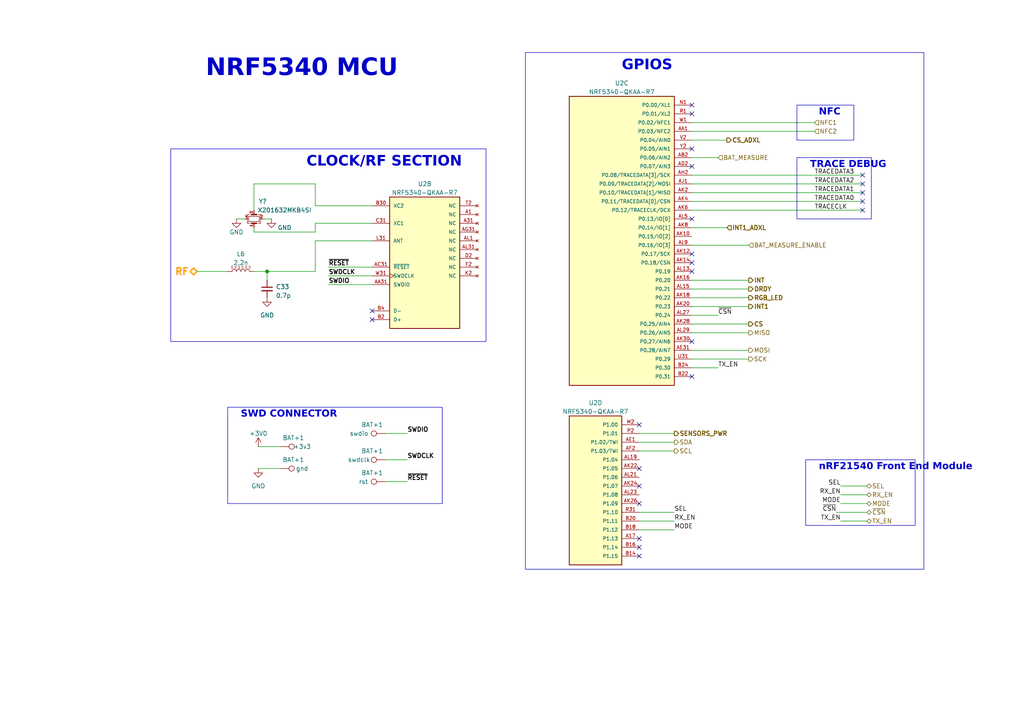
<source format=kicad_sch>
(kicad_sch (version 20230121) (generator eeschema)
  (paper "A4")
  (lib_symbols
    (symbol "Connector:TestPoint" (pin_numbers hide) (pin_names (offset 0.762) hide)
      (property "Reference" "TP" (at 0 6.858 0))
      (property "Value" "TestPoint" (at 0 5.08 0))
      (symbol "TestPoint_0_1"
        (circle (center 0 3.302) (radius 0.762))
      )
      (symbol "TestPoint_1_1"
        (pin passive line (at 0 0 90) (length 2.54) (name "1") (number "1"))
      )
    )
    (symbol "Device:C_Small" (pin_numbers hide) (pin_names (offset 0.254) hide)
      (property "Reference" "C" (at 0.254 1.778 0))
      (property "Value" "C_Small" (at 0.254 -2.032 0))
      (symbol "C_Small_0_1"
        (polyline (pts (xy -1.524 -0.508) (xy 1.524 -0.508)) (stroke (width 0.3302)))
        (polyline (pts (xy -1.524 0.508) (xy 1.524 0.508)) (stroke (width 0.3048)))
      )
      (symbol "C_Small_1_1"
        (pin passive line (at 0 2.54 270) (length 2.032) (name "~") (number "1"))
        (pin passive line (at 0 -2.54 90) (length 2.032) (name "~") (number "2"))
      )
    )
    (symbol "Device:Crystal_GND24_Small" (pin_names (offset 1.016) hide)
      (property "Reference" "Y" (at 1.27 4.445 0))
      (property "Value" "Crystal_GND24_Small" (at 1.27 2.54 0))
      (symbol "Crystal_GND24_Small_0_1"
        (rectangle (start -0.762 -1.524) (end 0.762 1.524))
        (polyline (pts (xy -1.27 -0.762) (xy -1.27 0.762)) (stroke (width 0.381)))
        (polyline (pts (xy 1.27 -0.762) (xy 1.27 0.762)) (stroke (width 0.381)))
        (polyline (pts (xy -1.27 -1.27) (xy -1.27 -1.905) (xy 1.27 -1.905) (xy 1.27 -1.27)))
        (polyline (pts (xy -1.27 1.27) (xy -1.27 1.905) (xy 1.27 1.905) (xy 1.27 1.27)))
      )
      (symbol "Crystal_GND24_Small_1_1"
        (pin passive line (at -2.54 0 0) (length 1.27) (name "1") (number "1"))
        (pin passive line (at 0 -2.54 90) (length 0.635) (name "2") (number "2"))
        (pin passive line (at 2.54 0 180) (length 1.27) (name "3") (number "3"))
        (pin passive line (at 0 2.54 270) (length 0.635) (name "4") (number "4"))
      )
    )
    (symbol "Device:L_Ferrite" (pin_numbers hide) (pin_names (offset 1.016) hide)
      (property "Reference" "L" (at -1.27 0 90))
      (property "Value" "L_Ferrite" (at 2.794 0 90))
      (symbol "L_Ferrite_0_1"
        (arc (start 0 -2.54) (mid 0.6323 -1.905) (end 0 -1.27))
        (arc (start 0 -1.27) (mid 0.6323 -0.635) (end 0 0))
        (polyline (pts (xy 1.016 -2.794) (xy 1.016 -2.286)))
        (polyline (pts (xy 1.016 -1.778) (xy 1.016 -1.27)))
        (polyline (pts (xy 1.016 -0.762) (xy 1.016 -0.254)))
        (polyline (pts (xy 1.016 0.254) (xy 1.016 0.762)))
        (polyline (pts (xy 1.016 1.27) (xy 1.016 1.778)))
        (polyline (pts (xy 1.016 2.286) (xy 1.016 2.794)))
        (polyline (pts (xy 1.524 -2.286) (xy 1.524 -2.794)))
        (polyline (pts (xy 1.524 -1.27) (xy 1.524 -1.778)))
        (polyline (pts (xy 1.524 -0.254) (xy 1.524 -0.762)))
        (polyline (pts (xy 1.524 0.762) (xy 1.524 0.254)))
        (polyline (pts (xy 1.524 1.778) (xy 1.524 1.27)))
        (polyline (pts (xy 1.524 2.794) (xy 1.524 2.286)))
        (arc (start 0 0) (mid 0.6323 0.635) (end 0 1.27))
        (arc (start 0 1.27) (mid 0.6323 1.905) (end 0 2.54))
      )
      (symbol "L_Ferrite_1_1"
        (pin passive line (at 0 3.81 270) (length 1.27) (name "1") (number "1"))
        (pin passive line (at 0 -3.81 90) (length 1.27) (name "2") (number "2"))
      )
    )
    (symbol "GCL_Integrated-Circuits:NRF5340-QKAA-R7" (pin_names (offset 1.016))
      (property "Reference" "U" (at 15.24 22.86 0))
      (property "Value" "NRF5340-QKAA-R7" (at -2.54 20.32 0))
      (symbol "NRF5340-QKAA-R7_1_0"
        (rectangle (start -12.7 22.86) (end 40.64 -30.48) (stroke (width 0.254)) (fill (type background)))
        (pin power_in line (at -5.08 -35.56 90) (length 5.08) (name "VSS_PAD") (number "104"))
        (pin power_in line (at -2.54 -35.56 90) (length 5.08) (name "VSS_PAD") (number "35"))
        (pin power_in line (at 0 -35.56 90) (length 5.08) (name "VSS_PAD") (number "36"))
        (pin power_in line (at 2.54 -35.56 90) (length 5.08) (name "VSS_PAD") (number "37"))
        (pin power_in line (at 5.08 -35.56 90) (length 5.08) (name "VSS_PAD") (number "38"))
        (pin power_in line (at 7.62 -35.56 90) (length 5.08) (name "VSS_PAD") (number "39"))
        (pin power_in line (at 33.02 -35.56 90) (length 5.08) (name "VSS_PAD") (number "40"))
        (pin power_in line (at 35.56 -35.56 90) (length 5.08) (name "VSS_PAD") (number "41"))
        (pin power_in line (at 27.94 -35.56 90) (length 5.08) (name "VSS_PAD") (number "43"))
        (pin power_in line (at 30.48 -35.56 90) (length 5.08) (name "VSS_PAD") (number "44"))
        (pin power_in line (at 25.4 -35.56 90) (length 5.08) (name "VSS_PAD") (number "45"))
        (pin power_in line (at 22.86 -35.56 90) (length 5.08) (name "VSS_PAD") (number "46"))
        (pin power_in line (at 20.32 -35.56 90) (length 5.08) (name "VSS_PAD") (number "47"))
        (pin power_in line (at 17.78 -35.56 90) (length 5.08) (name "VSS_PAD") (number "48"))
        (pin power_in line (at 15.24 -35.56 90) (length 5.08) (name "VSS_PAD") (number "49"))
        (pin power_in line (at 12.7 -35.56 90) (length 5.08) (name "VSS_PAD") (number "50"))
        (pin power_in line (at 10.16 -35.56 90) (length 5.08) (name "VSS_PAD") (number "51"))
        (pin power_in line (at -17.78 -22.86 0) (length 5.08) (name "DECA") (number "A13"))
        (pin power_in line (at -17.78 0 0) (length 5.08) (name "DECD") (number "A15"))
        (pin power_in line (at -17.78 17.78 0) (length 5.08) (name "VDD1") (number "A19"))
        (pin power_in line (at -17.78 15.24 0) (length 5.08) (name "DCC") (number "A21"))
        (pin power_in line (at -17.78 -20.32 0) (length 5.08) (name "DECN") (number "A23"))
        (pin power_in line (at 45.72 -15.24 180) (length 5.08) (name "VSS") (number "A25"))
        (pin power_in line (at -17.78 12.7 0) (length 5.08) (name "DECR") (number "A27"))
        (pin power_in line (at -17.78 -15.24 0) (length 5.08) (name "VBUS") (number "A5"))
        (pin power_in line (at 45.72 17.78 180) (length 5.08) (name "VDD") (number "AC1"))
        (pin power_in line (at 45.72 15.24 180) (length 5.08) (name "VDD") (number "AG1"))
        (pin power_in line (at 45.72 12.7 180) (length 5.08) (name "VDD") (number "AJ31"))
        (pin power_in line (at 45.72 10.16 180) (length 5.08) (name "VDD") (number "AL11"))
        (pin power_in line (at 45.72 7.62 180) (length 5.08) (name "VDD") (number "AL17"))
        (pin power_in line (at 45.72 5.08 180) (length 5.08) (name "VDD") (number "AL25"))
        (pin power_in line (at 45.72 2.54 180) (length 5.08) (name "VDD") (number "AL3"))
        (pin power_in line (at 45.72 0 180) (length 5.08) (name "VDD") (number "AL7"))
        (pin power_in line (at -17.78 2.54 0) (length 5.08) (name "DCCD") (number "B10"))
        (pin power_in line (at 45.72 -17.78 180) (length 5.08) (name "VSS") (number "B12"))
        (pin power_in line (at 45.72 -20.32 180) (length 5.08) (name "VSS") (number "B26"))
        (pin power_in line (at 45.72 -2.54 180) (length 5.08) (name "VDD") (number "B28"))
        (pin power_in line (at -17.78 -17.78 0) (length 5.08) (name "DECUSB") (number "B6"))
        (pin power_in line (at -17.78 5.08 0) (length 5.08) (name "VDD2") (number "B8"))
        (pin power_in line (at 45.72 -5.08 180) (length 5.08) (name "VDD") (number "C1"))
        (pin power_in line (at -17.78 -10.16 0) (length 5.08) (name "VDDH") (number "E1"))
        (pin power_in line (at 45.72 -7.62 180) (length 5.08) (name "VDD") (number "E31"))
        (pin power_in line (at 45.72 -22.86 180) (length 5.08) (name "VSS") (number "G1"))
        (pin power_in line (at -17.78 10.16 0) (length 5.08) (name "DECRF") (number "G31"))
        (pin power_in line (at 45.72 -25.4 180) (length 5.08) (name "VSS") (number "H2"))
        (pin power_in line (at -17.78 -7.62 0) (length 5.08) (name "DCCH") (number "J1"))
        (pin power_in line (at 45.72 -27.94 180) (length 5.08) (name "VSS") (number "J31"))
        (pin power_in line (at -17.78 -5.08 0) (length 5.08) (name "VDD3") (number "L1"))
        (pin power_in line (at 45.72 -10.16 180) (length 5.08) (name "VDD") (number "N31"))
        (pin power_in line (at 45.72 20.32 180) (length 5.08) (name "VDD") (number "U1"))
      )
      (symbol "NRF5340-QKAA-R7_2_0"
        (rectangle (start -10.16 -17.78) (end 10.16 20.32) (stroke (width 0.254)) (fill (type background)))
        (pin no_connect line (at 15.24 15.24 180) (length 5.08) (name "NC") (number "A1"))
        (pin no_connect line (at 15.24 12.7 180) (length 5.08) (name "NC") (number "A31"))
        (pin bidirectional line (at -15.24 -5.08 0) (length 5.08) (name "SWDIO") (number "AA31"))
        (pin input line (at -15.24 0 0) (length 5.08) (name "~{RESET}") (number "AC31"))
        (pin no_connect line (at 15.24 10.16 180) (length 5.08) (name "NC") (number "AG31"))
        (pin no_connect line (at 15.24 7.62 180) (length 5.08) (name "NC") (number "AL1"))
        (pin no_connect line (at 15.24 5.08 180) (length 5.08) (name "NC") (number "AL31"))
        (pin bidirectional line (at -15.24 -15.24 0) (length 5.08) (name "D+") (number "B2"))
        (pin output line (at -15.24 17.78 0) (length 5.08) (name "XC2") (number "B30"))
        (pin bidirectional line (at -15.24 -12.7 0) (length 5.08) (name "D-") (number "B4"))
        (pin input line (at -15.24 12.7 0) (length 5.08) (name "XC1") (number "C31"))
        (pin no_connect line (at 15.24 2.54 180) (length 5.08) (name "NC") (number "D2"))
        (pin no_connect line (at 15.24 0 180) (length 5.08) (name "NC") (number "F2"))
        (pin no_connect line (at 15.24 -2.54 180) (length 5.08) (name "NC") (number "K2"))
        (pin bidirectional line (at -15.24 7.62 0) (length 5.08) (name "ANT") (number "L31"))
        (pin no_connect line (at 15.24 17.78 180) (length 5.08) (name "NC") (number "T2"))
        (pin input clock (at -15.24 -2.54 0) (length 5.08) (name "SWDCLK") (number "W31"))
      )
      (symbol "NRF5340-QKAA-R7_3_0"
        (rectangle (start -15.24 -43.18) (end 15.24 40.64) (stroke (width 0.254)) (fill (type background)))
        (pin bidirectional line (at -20.32 30.48 0) (length 5.08) (name "P0.03/NFC2") (number "AA1"))
        (pin bidirectional line (at -20.32 22.86 0) (length 5.08) (name "P0.06/AIN2") (number "AB2"))
        (pin bidirectional line (at -20.32 20.32 0) (length 5.08) (name "P0.07/AIN3") (number "AD2"))
        (pin bidirectional line (at -20.32 -33.02 0) (length 5.08) (name "P0.28/AIN7") (number "AE31"))
        (pin bidirectional line (at -20.32 17.78 0) (length 5.08) (name "P0.08/TRACEDATA[3]/SCK") (number "AH2"))
        (pin bidirectional line (at -20.32 15.24 0) (length 5.08) (name "P0.09/TRACEDATA[2]/MOSI") (number "AJ1"))
        (pin bidirectional line (at -20.32 0 0) (length 5.08) (name "P0.15/IO[2]") (number "AK10"))
        (pin bidirectional line (at -20.32 -5.08 0) (length 5.08) (name "P0.17/SCK") (number "AK12"))
        (pin bidirectional line (at -20.32 -7.62 0) (length 5.08) (name "P0.18/CSN") (number "AK14"))
        (pin bidirectional line (at -20.32 -12.7 0) (length 5.08) (name "P0.20") (number "AK16"))
        (pin bidirectional line (at -20.32 -17.78 0) (length 5.08) (name "P0.22") (number "AK18"))
        (pin bidirectional line (at -20.32 12.7 0) (length 5.08) (name "P0.10/TRACEDATA[1]/MISO") (number "AK2"))
        (pin bidirectional line (at -20.32 -20.32 0) (length 5.08) (name "P0.23") (number "AK20"))
        (pin bidirectional line (at -20.32 -25.4 0) (length 5.08) (name "P0.25/AIN4") (number "AK28"))
        (pin bidirectional line (at -20.32 -30.48 0) (length 5.08) (name "P0.27/AIN6") (number "AK30"))
        (pin bidirectional line (at -20.32 10.16 0) (length 5.08) (name "P0.11/TRACEDATA[0]/CSN") (number "AK4"))
        (pin bidirectional line (at -20.32 7.62 0) (length 5.08) (name "P0.12/TRACECLK/DCX") (number "AK6"))
        (pin bidirectional line (at -20.32 2.54 0) (length 5.08) (name "P0.14/IO[1]") (number "AK8"))
        (pin bidirectional line (at -20.32 -10.16 0) (length 5.08) (name "P0.19") (number "AL13"))
        (pin bidirectional line (at -20.32 -15.24 0) (length 5.08) (name "P0.21") (number "AL15"))
        (pin bidirectional line (at -20.32 -22.86 0) (length 5.08) (name "P0.24") (number "AL27"))
        (pin bidirectional line (at -20.32 -27.94 0) (length 5.08) (name "P0.26/AIN5") (number "AL29"))
        (pin bidirectional line (at -20.32 5.08 0) (length 5.08) (name "P0.13/IO[0]") (number "AL5"))
        (pin bidirectional line (at -20.32 -2.54 0) (length 5.08) (name "P0.16/IO[3]") (number "AL9"))
        (pin bidirectional line (at -20.32 -40.64 0) (length 5.08) (name "P0.31") (number "B22"))
        (pin bidirectional line (at -20.32 -38.1 0) (length 5.08) (name "P0.30") (number "B24"))
        (pin bidirectional line (at -20.32 38.1 0) (length 5.08) (name "P0.00/XL1") (number "N1"))
        (pin bidirectional line (at -20.32 35.56 0) (length 5.08) (name "P0.01/XL2") (number "R1"))
        (pin bidirectional line (at -20.32 -35.56 0) (length 5.08) (name "P0.29") (number "U31"))
        (pin bidirectional line (at -20.32 27.94 0) (length 5.08) (name "P0.04/AIN0") (number "V2"))
        (pin bidirectional line (at -20.32 33.02 0) (length 5.08) (name "P0.02/NFC1") (number "W1"))
        (pin bidirectional line (at -20.32 25.4 0) (length 5.08) (name "P0.05/AIN1") (number "Y2"))
      )
      (symbol "NRF5340-QKAA-R7_4_0"
        (rectangle (start -7.62 20.32) (end 7.62 -22.86) (stroke (width 0.254)) (fill (type background)))
        (pin bidirectional line (at -12.7 -15.24 0) (length 5.08) (name "P1.13") (number "A17"))
        (pin bidirectional line (at -12.7 12.7 0) (length 5.08) (name "P1.02/TWI") (number "AE1"))
        (pin bidirectional line (at -12.7 10.16 0) (length 5.08) (name "P1.03/TWI") (number "AF2"))
        (pin bidirectional line (at -12.7 5.08 0) (length 5.08) (name "P1.05") (number "AK22"))
        (pin bidirectional line (at -12.7 0 0) (length 5.08) (name "P1.07") (number "AK24"))
        (pin bidirectional line (at -12.7 -5.08 0) (length 5.08) (name "P1.09") (number "AK26"))
        (pin bidirectional line (at -12.7 7.62 0) (length 5.08) (name "P1.04") (number "AL19"))
        (pin bidirectional line (at -12.7 2.54 0) (length 5.08) (name "P1.06") (number "AL21"))
        (pin bidirectional line (at -12.7 -2.54 0) (length 5.08) (name "P1.08") (number "AL23"))
        (pin bidirectional line (at -12.7 -20.32 0) (length 5.08) (name "P1.15") (number "B14"))
        (pin bidirectional line (at -12.7 -17.78 0) (length 5.08) (name "P1.14") (number "B16"))
        (pin bidirectional line (at -12.7 -12.7 0) (length 5.08) (name "P1.12") (number "B18"))
        (pin bidirectional line (at -12.7 -10.16 0) (length 5.08) (name "P1.11") (number "B20"))
        (pin bidirectional line (at -12.7 17.78 0) (length 5.08) (name "P1.00") (number "M2"))
        (pin bidirectional line (at -12.7 15.24 0) (length 5.08) (name "P1.01") (number "P2"))
        (pin bidirectional line (at -12.7 -7.62 0) (length 5.08) (name "P1.10") (number "R31"))
      )
    )
    (symbol "power:+3V0" (power) (pin_names (offset 0))
      (property "Value" "+3V0" (at 0 3.556 0))
      (symbol "+3V0_0_1"
        (polyline (pts (xy -0.762 1.27) (xy 0 2.54)))
        (polyline (pts (xy 0 0) (xy 0 2.54)))
        (polyline (pts (xy 0 2.54) (xy 0.762 1.27)))
      )
      (symbol "+3V0_1_1"
        (pin power_in line (at 0 0 90) (length 0) hide (name "+3V0") (number "1"))
      )
    )
    (symbol "power:GND" (power) (pin_names (offset 0))
      (property "Value" "GND" (at 0 -3.81 0))
      (symbol "GND_0_1"
        (polyline (pts (xy 0 0) (xy 0 -1.27) (xy 1.27 -1.27) (xy 0 -2.54) (xy -1.27 -1.27) (xy 0 -1.27)))
      )
      (symbol "GND_1_1"
        (pin power_in line (at 0 0 270) (length 0) hide (name "GND") (number "1"))
      )
    )
  )
  (junction (at 77.47 78.74))
  (no_connect (at 200.66 78.74))
  (no_connect (at 185.42 140.97))
  (no_connect (at 200.66 30.48))
  (no_connect (at 185.42 161.29))
  (no_connect (at 185.42 123.19))
  (no_connect (at 200.66 33.02))
  (no_connect (at 250.19 53.34))
  (no_connect (at 107.95 92.71))
  (no_connect (at 200.66 76.2))
  (no_connect (at 250.19 60.96))
  (no_connect (at 200.66 109.22))
  (no_connect (at 185.42 156.21))
  (no_connect (at 200.66 48.26))
  (no_connect (at 250.19 50.8))
  (no_connect (at 200.66 73.66))
  (no_connect (at 250.19 58.42))
  (no_connect (at 200.66 63.5))
  (no_connect (at 107.95 90.17))
  (no_connect (at 185.42 158.75))
  (no_connect (at 185.42 135.89))
  (no_connect (at 200.66 43.18))
  (no_connect (at 185.42 146.05))
  (no_connect (at 200.66 99.06))
  (no_connect (at 250.19 55.88))
  (wire (pts (xy 200.66 38.1) (xy 236.22 38.1)))
  (wire (pts (xy 77.47 78.74) (xy 77.47 81.28)))
  (wire (pts (xy 76.2 63.5) (xy 78.74 63.5)))
  (wire (pts (xy 200.66 106.68) (xy 208.28 106.68)))
  (wire (pts (xy 243.84 143.51) (xy 251.46 143.51)))
  (wire (pts (xy 73.66 60.96) (xy 73.66 53.34)))
  (wire (pts (xy 73.66 78.74) (xy 77.47 78.74)))
  (wire (pts (xy 195.58 128.27) (xy 185.42 128.27)))
  (wire (pts (xy 71.12 63.5) (xy 68.58 63.5)))
  (wire (pts (xy 77.47 78.74) (xy 91.44 78.74)))
  (wire (pts (xy 95.25 80.01) (xy 107.95 80.01)))
  (wire (pts (xy 185.42 153.67) (xy 195.58 153.67)))
  (wire (pts (xy 107.95 64.77) (xy 91.44 64.77)))
  (wire (pts (xy 217.17 81.28) (xy 200.66 81.28)))
  (wire (pts (xy 91.44 53.34) (xy 91.44 59.69)))
  (wire (pts (xy 91.44 59.69) (xy 107.95 59.69)))
  (wire (pts (xy 73.66 67.31) (xy 73.66 66.04)))
  (wire (pts (xy 243.84 151.13) (xy 251.46 151.13)))
  (wire (pts (xy 95.25 82.55) (xy 107.95 82.55)))
  (wire (pts (xy 95.25 77.47) (xy 107.95 77.47)))
  (wire (pts (xy 200.66 58.42) (xy 250.19 58.42)))
  (wire (pts (xy 200.66 40.64) (xy 210.82 40.64)))
  (wire (pts (xy 185.42 148.59) (xy 195.58 148.59)))
  (wire (pts (xy 200.66 53.34) (xy 250.19 53.34)))
  (wire (pts (xy 217.17 88.9) (xy 200.66 88.9)))
  (wire (pts (xy 200.66 66.04) (xy 210.82 66.04)))
  (wire (pts (xy 200.66 35.56) (xy 236.22 35.56)))
  (wire (pts (xy 242.57 148.59) (xy 251.46 148.59)))
  (wire (pts (xy 200.66 96.52) (xy 217.17 96.52)))
  (wire (pts (xy 243.84 140.97) (xy 251.46 140.97)))
  (wire (pts (xy 118.11 133.35) (xy 111.76 133.35)))
  (wire (pts (xy 185.42 125.73) (xy 195.58 125.73)))
  (wire (pts (xy 200.66 60.96) (xy 250.19 60.96)))
  (wire (pts (xy 243.84 146.05) (xy 251.46 146.05)))
  (wire (pts (xy 118.11 125.73) (xy 111.76 125.73)))
  (wire (pts (xy 118.11 139.7) (xy 111.76 139.7)))
  (wire (pts (xy 91.44 69.85) (xy 91.44 78.74)))
  (wire (pts (xy 200.66 55.88) (xy 250.19 55.88)))
  (wire (pts (xy 217.17 83.82) (xy 200.66 83.82)))
  (wire (pts (xy 195.58 130.81) (xy 185.42 130.81)))
  (wire (pts (xy 200.66 50.8) (xy 250.19 50.8)))
  (wire (pts (xy 185.42 151.13) (xy 195.58 151.13)))
  (wire (pts (xy 200.66 93.98) (xy 217.17 93.98)))
  (wire (pts (xy 200.66 101.6) (xy 217.17 101.6)))
  (wire (pts (xy 81.28 129.54) (xy 74.93 129.54)))
  (wire (pts (xy 91.44 67.31) (xy 73.66 67.31)))
  (wire (pts (xy 73.66 53.34) (xy 91.44 53.34)))
  (wire (pts (xy 91.44 64.77) (xy 91.44 67.31)))
  (wire (pts (xy 74.93 135.89) (xy 81.28 135.89)))
  (wire (pts (xy 200.66 91.44) (xy 208.28 91.44)))
  (wire (pts (xy 200.66 86.36) (xy 217.17 86.36)))
  (wire (pts (xy 200.66 45.72) (xy 208.28 45.72)))
  (wire (pts (xy 91.44 69.85) (xy 107.95 69.85)))
  (wire (pts (xy 200.66 104.14) (xy 217.17 104.14)))
  (wire (pts (xy 200.66 71.12) (xy 217.17 71.12)))
  (wire (pts (xy 57.15 78.74) (xy 66.04 78.74)))
  (rectangle (start 233.68 133.35) (end 265.43 152.4))
  (rectangle (start 66.04 118.11) (end 128.27 146.05))
  (rectangle (start 49.53 43.18) (end 140.97 99.06))
  (rectangle (start 152.4 15.24) (end 267.97 165.1))
  (rectangle (start 231.14 30.48) (end 247.65 40.64))
  (rectangle (start 231.14 45.72) (end 252.73 63.5))
  (text "NFC\n" (at 237.49 34.29 0) (effects (font (size 2 2) bold) (justify left bottom)))
  (text "NRF5340 MCU" (at 59.69 24.13 0) (effects (font (size 5 5) bold) (justify left bottom)))
  (text "nRF21540 Front End Module" (at 237.49 137.16 0) (effects (font (size 2 2) bold) (justify left bottom)))
  (text "GPIOS" (at 180.34 21.59 0) (effects (font (size 3 3) bold) (justify left bottom)))
  (text "CLOCK/RF SECTION" (at 88.9 49.53 0) (effects (font (size 3 3) bold) (justify left bottom)))
  (text "TRACE DEBUG" (at 234.95 49.53 0) (effects (font (size 2 2) bold) (justify left bottom)))
  (text "SWD CONNECTOR" (at 69.85 121.92 0) (effects (font (size 2 2) bold) (justify left bottom)))
  (label "SWDIO" (at 95.25 82.55 0) (effects (font bold)))
  (label "TX_EN" (at 243.84 151.13 180))
  (label "TRACEDATA1" (at 236.22 55.88 0))
  (label "SWDIO" (at 118.11 125.73 0) (effects (font bold)))
  (label "~{CSN}" (at 242.57 148.59 180))
  (label "MODE" (at 195.58 153.67 0))
  (label "~{CSN}" (at 208.28 91.44 0))
  (label "~{RESET}" (at 118.11 139.7 0) (effects (font bold)))
  (label "SWDCLK" (at 118.11 133.35 0) (effects (font bold)))
  (label "TRACEDATA2" (at 236.22 53.34 0))
  (label "RX_EN" (at 195.58 151.13 0))
  (label "~{RESET}" (at 95.25 77.47 0) (effects (font bold)))
  (label "TRACEDATA3" (at 236.22 50.8 0))
  (label "SWDCLK" (at 95.25 80.01 0) (effects (font bold)))
  (label "TX_EN" (at 208.28 106.68 0))
  (label "TRACEDATA0" (at 236.22 58.42 0))
  (label "SEL" (at 243.84 140.97 180))
  (label "TRACECLK" (at 236.22 60.96 0))
  (label "RX_EN" (at 243.84 143.51 180))
  (label "SEL" (at 195.58 148.59 0))
  (label "MODE" (at 243.84 146.05 180))
  (hierarchical_label "CS" (shape output) (at 217.17 93.98 0) (effects (font bold)))
  (hierarchical_label "SDA" (shape output) (at 195.58 128.27 0))
  (hierarchical_label "INT" (shape output) (at 217.17 81.28 0) (effects (font bold)))
  (hierarchical_label "SENSORS_PWR" (shape output) (at 195.58 125.73 0) (effects (font bold)))
  (hierarchical_label "MOSI" (shape output) (at 217.17 101.6 0))
  (hierarchical_label "DRDY" (shape output) (at 217.17 83.82 0) (effects (font bold)))
  (hierarchical_label "BAT_MEASURE_ENABLE" (shape input) (at 217.17 71.12 0))
  (hierarchical_label "RX_EN" (shape bidirectional) (at 251.46 143.51 0))
  (hierarchical_label "SCK" (shape output) (at 217.17 104.14 0))
  (hierarchical_label "SEL" (shape bidirectional) (at 251.46 140.97 0))
  (hierarchical_label "TX_EN" (shape bidirectional) (at 251.46 151.13 0))
  (hierarchical_label "SCL" (shape output) (at 195.58 130.81 0))
  (hierarchical_label "NFC2" (shape input) (at 236.22 38.1 0))
  (hierarchical_label "~{CSN}" (shape bidirectional) (at 251.46 148.59 0))
  (hierarchical_label "INT1" (shape output) (at 217.17 88.9 0) (effects (font bold)))
  (hierarchical_label "INT1_ADXL" (shape input) (at 210.82 66.04 0) (effects (font bold)))
  (hierarchical_label "RF" (shape bidirectional) (at 57.15 78.74 180) (effects (font (size 2 2) bold)))
  (hierarchical_label "BAT_MEASURE" (shape input) (at 208.28 45.72 0))
  (hierarchical_label "NFC1" (shape input) (at 236.22 35.56 0))
  (hierarchical_label "MODE" (shape bidirectional) (at 251.46 146.05 0))
  (hierarchical_label "CS_ADXL" (shape output) (at 210.82 40.64 0) (effects (font bold)))
  (hierarchical_label "MISO" (shape output) (at 217.17 96.52 0))
  (hierarchical_label "RGB_LED" (shape output) (at 217.17 86.36 0) (effects (font bold)))
  (symbol (lib_id "power:GND") (at 68.58 63.5 0) (unit 1)
    (property "Reference" "#PWR041" (effects hide))
    (property "Value" "GND" (at 68.58 67.31 0))
    (instances (project "the_thingy" (path "" (reference "#PWR041") (unit 1)) (path "" (reference "#PWR06") (unit 1))))
  )
  (symbol (lib_id "power:GND") (at 74.93 135.89 0) (mirror y) (unit 1)
    (property "Reference" "#PWR062" (effects hide))
    (property "Value" "GND" (at 74.93 140.97 0))
  )
  (symbol (lib_id "Connector:TestPoint") (at 111.76 139.7 90) (unit 1)
    (property "Reference" "BAT+1" (at 107.95 137.16 90))
    (property "Value" "rst" (at 105.41 139.7 90))
    (property "Footprint" "brilliant-kicad-library:TestPoint_Pad_D0.9mm" (effects hide))
    (instances (project "the_thingy" (path "" (reference "BAT+1") (unit 1)) (path "" (reference "rst1") (unit 1))))
  )
  (symbol (lib_id "power:GND") (at 78.74 63.5 0) (unit 1)
    (property "Reference" "#PWR041" (effects hide))
    (property "Value" "GND" (at 82.55 66.04 0))
    (instances (project "the_thingy" (path "" (reference "#PWR041") (unit 1)) (path "" (reference "#PWR040") (unit 1))))
  )
  (symbol (lib_id "GCL_Integrated-Circuits:NRF5340-QKAA-R7") (at 123.19 77.47 0) (unit 2)
    (property "Reference" "U2" (at 123.19 53.34 0))
    (property "Value" "NRF5340-QKAA-R7" (at 123.19 55.88 0))
    (property "Footprint" "greencharge-footprints:XCVR_NRF5340-QKAA-R7" (effects hide))
    (property "PARTREV" "1.0" (effects hide))
    (property "MANUFACTURER" "Nordic Semiconductor" (effects hide))
    (property "MAXIMUM_PACKAGE_HEIGHT" "0.85mm" (effects hide))
    (property "STANDARD" "Manufacturer Recommendations" (effects hide))
  )
  (symbol (lib_id "Connector:TestPoint") (at 111.76 133.35 90) (unit 1)
    (property "Reference" "BAT+1" (at 107.95 130.81 90))
    (property "Value" "swdclk" (at 104.14 133.35 90))
    (property "Footprint" "brilliant-kicad-library:TestPoint_Pad_D0.9mm" (effects hide))
    (instances (project "the_thingy" (path "" (reference "BAT+1") (unit 1)) (path "" (reference "swdclk1") (unit 1))))
  )
  (symbol (lib_id "Device:L_Ferrite") (at 69.85 78.74 90) (unit 1)
    (property "Reference" "L6" (at 69.85 73.66 90))
    (property "Value" "2.2n" (at 69.85 76.2 90))
    (property "Footprint" "Inductor_SMD:L_0402_1005Metric" (effects hide))
  )
  (symbol (lib_id "power:+3V0") (at 74.93 129.54 0) (unit 1)
    (property "Reference" "#PWR026" (effects hide))
    (property "Value" "+3V0" (at 74.93 125.73 0))
  )
  (symbol (lib_id "GCL_Integrated-Circuits:NRF5340-QKAA-R7") (at 172.72 140.97 0) (mirror y) (unit 4)
    (property "Reference" "U2" (at 172.72 116.84 0))
    (property "Value" "NRF5340-QKAA-R7" (at 172.72 119.38 0))
    (property "Footprint" "greencharge-footprints:XCVR_NRF5340-QKAA-R7" (effects hide))
    (property "PARTREV" "1.0" (effects hide))
    (property "MANUFACTURER" "Nordic Semiconductor" (effects hide))
    (property "MAXIMUM_PACKAGE_HEIGHT" "0.85mm" (effects hide))
    (property "STANDARD" "Manufacturer Recommendations" (effects hide))
  )
  (symbol (lib_id "Connector:TestPoint") (at 81.28 135.89 270) (mirror x) (unit 1)
    (property "Reference" "BAT+1" (at 85.09 133.35 90))
    (property "Value" "gnd" (at 87.63 135.89 90))
    (property "Footprint" "brilliant-kicad-library:TestPoint_Pad_D0.9mm" (effects hide))
    (instances (project "the_thingy" (path "" (reference "BAT+1") (unit 1)) (path "" (reference "gnd1") (unit 1))))
  )
  (symbol (lib_id "Device:Crystal_GND24_Small") (at 73.66 63.5 90) (unit 1)
    (property "Reference" "Y?" (at 76.2 58.42 90))
    (property "Value" "X201632MKB4SI" (at 82.55 60.96 90))
    (property "Footprint" "Crystal:Crystal_SMD_2016-4Pin_2.0x1.6mm" (effects hide))
    (property "MPN" "X201632MKB4SI" (effects hide))
    (instances (project "the_thingy" (path "" (reference "Y?") (unit 1)) (path "" (reference "Y1") (unit 1))))
  )
  (symbol (lib_id "power:GND") (at 77.47 86.36 0) (unit 1)
    (property "Reference" "#PWR040" (effects hide))
    (property "Value" "GND" (at 77.47 91.44 0))
    (instances (project "the_thingy" (path "" (reference "#PWR040") (unit 1)) (path "" (reference "#PWR060") (unit 1))))
  )
  (symbol (lib_id "Connector:TestPoint") (at 111.76 125.73 90) (unit 1)
    (property "Reference" "BAT+1" (at 107.95 123.19 90))
    (property "Value" "swdio" (at 104.14 125.73 90))
    (property "Footprint" "brilliant-kicad-library:TestPoint_Pad_D0.9mm" (effects hide))
    (instances (project "the_thingy" (path "" (reference "BAT+1") (unit 1)) (path "" (reference "swdio1") (unit 1))))
  )
  (symbol (lib_id "Connector:TestPoint") (at 81.28 129.54 270) (mirror x) (unit 1)
    (property "Reference" "BAT+1" (at 85.09 127 90))
    (property "Value" "+3v3" (at 87.63 129.54 90))
    (property "Footprint" "brilliant-kicad-library:TestPoint_Pad_D0.9mm" (effects hide))
    (instances (project "the_thingy" (path "" (reference "BAT+1") (unit 1)) (path "" (reference "+3v3") (unit 1))))
  )
  (symbol (lib_id "Device:C_Small") (at 77.47 83.82 0) (unit 1)
    (property "Reference" "C33" (at 80.01 83.1913 0) (effects (justify left)))
    (property "Value" "0.7p" (at 80.01 85.7313 0) (effects (justify left)))
    (property "Footprint" "Capacitor_SMD:C_0402_1005Metric" (effects hide))
  )
  (symbol (lib_id "GCL_Integrated-Circuits:NRF5340-QKAA-R7") (at 180.34 68.58 0) (mirror y) (unit 3)
    (property "Reference" "U2" (at 180.34 24.13 0))
    (property "Value" "NRF5340-QKAA-R7" (at 180.34 26.67 0))
    (property "Footprint" "greencharge-footprints:XCVR_NRF5340-QKAA-R7" (effects hide))
    (property "PARTREV" "1.0" (effects hide))
    (property "MANUFACTURER" "Nordic Semiconductor" (effects hide))
    (property "MAXIMUM_PACKAGE_HEIGHT" "0.85mm" (effects hide))
    (property "STANDARD" "Manufacturer Recommendations" (effects hide))
  )
)
</source>
